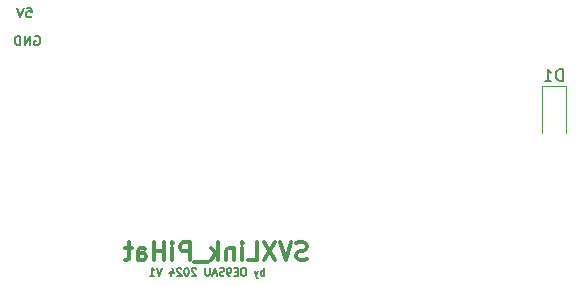
<source format=gbr>
G04 #@! TF.GenerationSoftware,KiCad,Pcbnew,8.0.0*
G04 #@! TF.CreationDate,2024-09-16T09:54:48+02:00*
G04 #@! TF.ProjectId,SVXLink_PiHat_V1,5356584c-696e-46b5-9f50-694861745f56,rev?*
G04 #@! TF.SameCoordinates,Original*
G04 #@! TF.FileFunction,Legend,Bot*
G04 #@! TF.FilePolarity,Positive*
%FSLAX46Y46*%
G04 Gerber Fmt 4.6, Leading zero omitted, Abs format (unit mm)*
G04 Created by KiCad (PCBNEW 8.0.0) date 2024-09-16 09:54:48*
%MOMM*%
%LPD*%
G01*
G04 APERTURE LIST*
%ADD10C,0.160000*%
%ADD11C,0.200000*%
%ADD12C,0.300000*%
%ADD13C,0.150000*%
%ADD14C,0.120000*%
G04 APERTURE END LIST*
D10*
X99454194Y-110912132D02*
X99454194Y-110262132D01*
X99454194Y-110509751D02*
X99392289Y-110478799D01*
X99392289Y-110478799D02*
X99268479Y-110478799D01*
X99268479Y-110478799D02*
X99206575Y-110509751D01*
X99206575Y-110509751D02*
X99175622Y-110540703D01*
X99175622Y-110540703D02*
X99144670Y-110602608D01*
X99144670Y-110602608D02*
X99144670Y-110788322D01*
X99144670Y-110788322D02*
X99175622Y-110850227D01*
X99175622Y-110850227D02*
X99206575Y-110881180D01*
X99206575Y-110881180D02*
X99268479Y-110912132D01*
X99268479Y-110912132D02*
X99392289Y-110912132D01*
X99392289Y-110912132D02*
X99454194Y-110881180D01*
X98928003Y-110478799D02*
X98773241Y-110912132D01*
X98618480Y-110478799D02*
X98773241Y-110912132D01*
X98773241Y-110912132D02*
X98835146Y-111066894D01*
X98835146Y-111066894D02*
X98866099Y-111097846D01*
X98866099Y-111097846D02*
X98928003Y-111128799D01*
X97751813Y-110262132D02*
X97628004Y-110262132D01*
X97628004Y-110262132D02*
X97566099Y-110293084D01*
X97566099Y-110293084D02*
X97504194Y-110354989D01*
X97504194Y-110354989D02*
X97473242Y-110478799D01*
X97473242Y-110478799D02*
X97473242Y-110695465D01*
X97473242Y-110695465D02*
X97504194Y-110819275D01*
X97504194Y-110819275D02*
X97566099Y-110881180D01*
X97566099Y-110881180D02*
X97628004Y-110912132D01*
X97628004Y-110912132D02*
X97751813Y-110912132D01*
X97751813Y-110912132D02*
X97813718Y-110881180D01*
X97813718Y-110881180D02*
X97875623Y-110819275D01*
X97875623Y-110819275D02*
X97906575Y-110695465D01*
X97906575Y-110695465D02*
X97906575Y-110478799D01*
X97906575Y-110478799D02*
X97875623Y-110354989D01*
X97875623Y-110354989D02*
X97813718Y-110293084D01*
X97813718Y-110293084D02*
X97751813Y-110262132D01*
X97194671Y-110571656D02*
X96978004Y-110571656D01*
X96885147Y-110912132D02*
X97194671Y-110912132D01*
X97194671Y-110912132D02*
X97194671Y-110262132D01*
X97194671Y-110262132D02*
X96885147Y-110262132D01*
X96575623Y-110912132D02*
X96451814Y-110912132D01*
X96451814Y-110912132D02*
X96389909Y-110881180D01*
X96389909Y-110881180D02*
X96358957Y-110850227D01*
X96358957Y-110850227D02*
X96297052Y-110757370D01*
X96297052Y-110757370D02*
X96266099Y-110633560D01*
X96266099Y-110633560D02*
X96266099Y-110385941D01*
X96266099Y-110385941D02*
X96297052Y-110324037D01*
X96297052Y-110324037D02*
X96328004Y-110293084D01*
X96328004Y-110293084D02*
X96389909Y-110262132D01*
X96389909Y-110262132D02*
X96513718Y-110262132D01*
X96513718Y-110262132D02*
X96575623Y-110293084D01*
X96575623Y-110293084D02*
X96606576Y-110324037D01*
X96606576Y-110324037D02*
X96637528Y-110385941D01*
X96637528Y-110385941D02*
X96637528Y-110540703D01*
X96637528Y-110540703D02*
X96606576Y-110602608D01*
X96606576Y-110602608D02*
X96575623Y-110633560D01*
X96575623Y-110633560D02*
X96513718Y-110664513D01*
X96513718Y-110664513D02*
X96389909Y-110664513D01*
X96389909Y-110664513D02*
X96328004Y-110633560D01*
X96328004Y-110633560D02*
X96297052Y-110602608D01*
X96297052Y-110602608D02*
X96266099Y-110540703D01*
X96018480Y-110881180D02*
X95925623Y-110912132D01*
X95925623Y-110912132D02*
X95770861Y-110912132D01*
X95770861Y-110912132D02*
X95708956Y-110881180D01*
X95708956Y-110881180D02*
X95678004Y-110850227D01*
X95678004Y-110850227D02*
X95647051Y-110788322D01*
X95647051Y-110788322D02*
X95647051Y-110726418D01*
X95647051Y-110726418D02*
X95678004Y-110664513D01*
X95678004Y-110664513D02*
X95708956Y-110633560D01*
X95708956Y-110633560D02*
X95770861Y-110602608D01*
X95770861Y-110602608D02*
X95894670Y-110571656D01*
X95894670Y-110571656D02*
X95956575Y-110540703D01*
X95956575Y-110540703D02*
X95987528Y-110509751D01*
X95987528Y-110509751D02*
X96018480Y-110447846D01*
X96018480Y-110447846D02*
X96018480Y-110385941D01*
X96018480Y-110385941D02*
X95987528Y-110324037D01*
X95987528Y-110324037D02*
X95956575Y-110293084D01*
X95956575Y-110293084D02*
X95894670Y-110262132D01*
X95894670Y-110262132D02*
X95739909Y-110262132D01*
X95739909Y-110262132D02*
X95647051Y-110293084D01*
X95399432Y-110726418D02*
X95089908Y-110726418D01*
X95461337Y-110912132D02*
X95244670Y-110262132D01*
X95244670Y-110262132D02*
X95028003Y-110912132D01*
X94811337Y-110262132D02*
X94811337Y-110788322D01*
X94811337Y-110788322D02*
X94780384Y-110850227D01*
X94780384Y-110850227D02*
X94749432Y-110881180D01*
X94749432Y-110881180D02*
X94687527Y-110912132D01*
X94687527Y-110912132D02*
X94563718Y-110912132D01*
X94563718Y-110912132D02*
X94501813Y-110881180D01*
X94501813Y-110881180D02*
X94470860Y-110850227D01*
X94470860Y-110850227D02*
X94439908Y-110788322D01*
X94439908Y-110788322D02*
X94439908Y-110262132D01*
X93666099Y-110324037D02*
X93635147Y-110293084D01*
X93635147Y-110293084D02*
X93573242Y-110262132D01*
X93573242Y-110262132D02*
X93418480Y-110262132D01*
X93418480Y-110262132D02*
X93356575Y-110293084D01*
X93356575Y-110293084D02*
X93325623Y-110324037D01*
X93325623Y-110324037D02*
X93294670Y-110385941D01*
X93294670Y-110385941D02*
X93294670Y-110447846D01*
X93294670Y-110447846D02*
X93325623Y-110540703D01*
X93325623Y-110540703D02*
X93697051Y-110912132D01*
X93697051Y-110912132D02*
X93294670Y-110912132D01*
X92892289Y-110262132D02*
X92830384Y-110262132D01*
X92830384Y-110262132D02*
X92768480Y-110293084D01*
X92768480Y-110293084D02*
X92737527Y-110324037D01*
X92737527Y-110324037D02*
X92706575Y-110385941D01*
X92706575Y-110385941D02*
X92675622Y-110509751D01*
X92675622Y-110509751D02*
X92675622Y-110664513D01*
X92675622Y-110664513D02*
X92706575Y-110788322D01*
X92706575Y-110788322D02*
X92737527Y-110850227D01*
X92737527Y-110850227D02*
X92768480Y-110881180D01*
X92768480Y-110881180D02*
X92830384Y-110912132D01*
X92830384Y-110912132D02*
X92892289Y-110912132D01*
X92892289Y-110912132D02*
X92954194Y-110881180D01*
X92954194Y-110881180D02*
X92985146Y-110850227D01*
X92985146Y-110850227D02*
X93016099Y-110788322D01*
X93016099Y-110788322D02*
X93047051Y-110664513D01*
X93047051Y-110664513D02*
X93047051Y-110509751D01*
X93047051Y-110509751D02*
X93016099Y-110385941D01*
X93016099Y-110385941D02*
X92985146Y-110324037D01*
X92985146Y-110324037D02*
X92954194Y-110293084D01*
X92954194Y-110293084D02*
X92892289Y-110262132D01*
X92428003Y-110324037D02*
X92397051Y-110293084D01*
X92397051Y-110293084D02*
X92335146Y-110262132D01*
X92335146Y-110262132D02*
X92180384Y-110262132D01*
X92180384Y-110262132D02*
X92118479Y-110293084D01*
X92118479Y-110293084D02*
X92087527Y-110324037D01*
X92087527Y-110324037D02*
X92056574Y-110385941D01*
X92056574Y-110385941D02*
X92056574Y-110447846D01*
X92056574Y-110447846D02*
X92087527Y-110540703D01*
X92087527Y-110540703D02*
X92458955Y-110912132D01*
X92458955Y-110912132D02*
X92056574Y-110912132D01*
X91499431Y-110478799D02*
X91499431Y-110912132D01*
X91654193Y-110231180D02*
X91808955Y-110695465D01*
X91808955Y-110695465D02*
X91406574Y-110695465D01*
X90756574Y-110262132D02*
X90539907Y-110912132D01*
X90539907Y-110912132D02*
X90323240Y-110262132D01*
X89766097Y-110912132D02*
X90137526Y-110912132D01*
X89951812Y-110912132D02*
X89951812Y-110262132D01*
X89951812Y-110262132D02*
X90013716Y-110354989D01*
X90013716Y-110354989D02*
X90075621Y-110416894D01*
X90075621Y-110416894D02*
X90137526Y-110447846D01*
D11*
X80008898Y-90629790D02*
X80085088Y-90591695D01*
X80085088Y-90591695D02*
X80199374Y-90591695D01*
X80199374Y-90591695D02*
X80313660Y-90629790D01*
X80313660Y-90629790D02*
X80389850Y-90705980D01*
X80389850Y-90705980D02*
X80427945Y-90782171D01*
X80427945Y-90782171D02*
X80466041Y-90934552D01*
X80466041Y-90934552D02*
X80466041Y-91048838D01*
X80466041Y-91048838D02*
X80427945Y-91201219D01*
X80427945Y-91201219D02*
X80389850Y-91277409D01*
X80389850Y-91277409D02*
X80313660Y-91353600D01*
X80313660Y-91353600D02*
X80199374Y-91391695D01*
X80199374Y-91391695D02*
X80123183Y-91391695D01*
X80123183Y-91391695D02*
X80008898Y-91353600D01*
X80008898Y-91353600D02*
X79970802Y-91315504D01*
X79970802Y-91315504D02*
X79970802Y-91048838D01*
X79970802Y-91048838D02*
X80123183Y-91048838D01*
X79627945Y-91391695D02*
X79627945Y-90591695D01*
X79627945Y-90591695D02*
X79170802Y-91391695D01*
X79170802Y-91391695D02*
X79170802Y-90591695D01*
X78789850Y-91391695D02*
X78789850Y-90591695D01*
X78789850Y-90591695D02*
X78599374Y-90591695D01*
X78599374Y-90591695D02*
X78485088Y-90629790D01*
X78485088Y-90629790D02*
X78408898Y-90705980D01*
X78408898Y-90705980D02*
X78370803Y-90782171D01*
X78370803Y-90782171D02*
X78332707Y-90934552D01*
X78332707Y-90934552D02*
X78332707Y-91048838D01*
X78332707Y-91048838D02*
X78370803Y-91201219D01*
X78370803Y-91201219D02*
X78408898Y-91277409D01*
X78408898Y-91277409D02*
X78485088Y-91353600D01*
X78485088Y-91353600D02*
X78599374Y-91391695D01*
X78599374Y-91391695D02*
X78789850Y-91391695D01*
X79320993Y-88236695D02*
X79701945Y-88236695D01*
X79701945Y-88236695D02*
X79740041Y-88617647D01*
X79740041Y-88617647D02*
X79701945Y-88579552D01*
X79701945Y-88579552D02*
X79625755Y-88541457D01*
X79625755Y-88541457D02*
X79435279Y-88541457D01*
X79435279Y-88541457D02*
X79359088Y-88579552D01*
X79359088Y-88579552D02*
X79320993Y-88617647D01*
X79320993Y-88617647D02*
X79282898Y-88693838D01*
X79282898Y-88693838D02*
X79282898Y-88884314D01*
X79282898Y-88884314D02*
X79320993Y-88960504D01*
X79320993Y-88960504D02*
X79359088Y-88998600D01*
X79359088Y-88998600D02*
X79435279Y-89036695D01*
X79435279Y-89036695D02*
X79625755Y-89036695D01*
X79625755Y-89036695D02*
X79701945Y-88998600D01*
X79701945Y-88998600D02*
X79740041Y-88960504D01*
X79054326Y-88236695D02*
X78787659Y-89036695D01*
X78787659Y-89036695D02*
X78520993Y-88236695D01*
D12*
X103021917Y-109503812D02*
X102807632Y-109575240D01*
X102807632Y-109575240D02*
X102450489Y-109575240D01*
X102450489Y-109575240D02*
X102307632Y-109503812D01*
X102307632Y-109503812D02*
X102236203Y-109432383D01*
X102236203Y-109432383D02*
X102164774Y-109289526D01*
X102164774Y-109289526D02*
X102164774Y-109146669D01*
X102164774Y-109146669D02*
X102236203Y-109003812D01*
X102236203Y-109003812D02*
X102307632Y-108932383D01*
X102307632Y-108932383D02*
X102450489Y-108860954D01*
X102450489Y-108860954D02*
X102736203Y-108789526D01*
X102736203Y-108789526D02*
X102879060Y-108718097D01*
X102879060Y-108718097D02*
X102950489Y-108646669D01*
X102950489Y-108646669D02*
X103021917Y-108503812D01*
X103021917Y-108503812D02*
X103021917Y-108360954D01*
X103021917Y-108360954D02*
X102950489Y-108218097D01*
X102950489Y-108218097D02*
X102879060Y-108146669D01*
X102879060Y-108146669D02*
X102736203Y-108075240D01*
X102736203Y-108075240D02*
X102379060Y-108075240D01*
X102379060Y-108075240D02*
X102164774Y-108146669D01*
X101736203Y-108075240D02*
X101236203Y-109575240D01*
X101236203Y-109575240D02*
X100736203Y-108075240D01*
X100379061Y-108075240D02*
X99379061Y-109575240D01*
X99379061Y-108075240D02*
X100379061Y-109575240D01*
X98093347Y-109575240D02*
X98807633Y-109575240D01*
X98807633Y-109575240D02*
X98807633Y-108075240D01*
X97593347Y-109575240D02*
X97593347Y-108575240D01*
X97593347Y-108075240D02*
X97664775Y-108146669D01*
X97664775Y-108146669D02*
X97593347Y-108218097D01*
X97593347Y-108218097D02*
X97521918Y-108146669D01*
X97521918Y-108146669D02*
X97593347Y-108075240D01*
X97593347Y-108075240D02*
X97593347Y-108218097D01*
X96879061Y-108575240D02*
X96879061Y-109575240D01*
X96879061Y-108718097D02*
X96807632Y-108646669D01*
X96807632Y-108646669D02*
X96664775Y-108575240D01*
X96664775Y-108575240D02*
X96450489Y-108575240D01*
X96450489Y-108575240D02*
X96307632Y-108646669D01*
X96307632Y-108646669D02*
X96236204Y-108789526D01*
X96236204Y-108789526D02*
X96236204Y-109575240D01*
X95521918Y-109575240D02*
X95521918Y-108075240D01*
X95379061Y-109003812D02*
X94950489Y-109575240D01*
X94950489Y-108575240D02*
X95521918Y-109146669D01*
X94664775Y-109718097D02*
X93521917Y-109718097D01*
X93164775Y-109575240D02*
X93164775Y-108075240D01*
X93164775Y-108075240D02*
X92593346Y-108075240D01*
X92593346Y-108075240D02*
X92450489Y-108146669D01*
X92450489Y-108146669D02*
X92379060Y-108218097D01*
X92379060Y-108218097D02*
X92307632Y-108360954D01*
X92307632Y-108360954D02*
X92307632Y-108575240D01*
X92307632Y-108575240D02*
X92379060Y-108718097D01*
X92379060Y-108718097D02*
X92450489Y-108789526D01*
X92450489Y-108789526D02*
X92593346Y-108860954D01*
X92593346Y-108860954D02*
X93164775Y-108860954D01*
X91664775Y-109575240D02*
X91664775Y-108575240D01*
X91664775Y-108075240D02*
X91736203Y-108146669D01*
X91736203Y-108146669D02*
X91664775Y-108218097D01*
X91664775Y-108218097D02*
X91593346Y-108146669D01*
X91593346Y-108146669D02*
X91664775Y-108075240D01*
X91664775Y-108075240D02*
X91664775Y-108218097D01*
X90950489Y-109575240D02*
X90950489Y-108075240D01*
X90950489Y-108789526D02*
X90093346Y-108789526D01*
X90093346Y-109575240D02*
X90093346Y-108075240D01*
X88736203Y-109575240D02*
X88736203Y-108789526D01*
X88736203Y-108789526D02*
X88807631Y-108646669D01*
X88807631Y-108646669D02*
X88950488Y-108575240D01*
X88950488Y-108575240D02*
X89236203Y-108575240D01*
X89236203Y-108575240D02*
X89379060Y-108646669D01*
X88736203Y-109503812D02*
X88879060Y-109575240D01*
X88879060Y-109575240D02*
X89236203Y-109575240D01*
X89236203Y-109575240D02*
X89379060Y-109503812D01*
X89379060Y-109503812D02*
X89450488Y-109360954D01*
X89450488Y-109360954D02*
X89450488Y-109218097D01*
X89450488Y-109218097D02*
X89379060Y-109075240D01*
X89379060Y-109075240D02*
X89236203Y-109003812D01*
X89236203Y-109003812D02*
X88879060Y-109003812D01*
X88879060Y-109003812D02*
X88736203Y-108932383D01*
X88236202Y-108575240D02*
X87664774Y-108575240D01*
X88021917Y-108075240D02*
X88021917Y-109360954D01*
X88021917Y-109360954D02*
X87950488Y-109503812D01*
X87950488Y-109503812D02*
X87807631Y-109575240D01*
X87807631Y-109575240D02*
X87664774Y-109575240D01*
D13*
X124690094Y-94434819D02*
X124690094Y-93434819D01*
X124690094Y-93434819D02*
X124451999Y-93434819D01*
X124451999Y-93434819D02*
X124309142Y-93482438D01*
X124309142Y-93482438D02*
X124213904Y-93577676D01*
X124213904Y-93577676D02*
X124166285Y-93672914D01*
X124166285Y-93672914D02*
X124118666Y-93863390D01*
X124118666Y-93863390D02*
X124118666Y-94006247D01*
X124118666Y-94006247D02*
X124166285Y-94196723D01*
X124166285Y-94196723D02*
X124213904Y-94291961D01*
X124213904Y-94291961D02*
X124309142Y-94387200D01*
X124309142Y-94387200D02*
X124451999Y-94434819D01*
X124451999Y-94434819D02*
X124690094Y-94434819D01*
X123166285Y-94434819D02*
X123737713Y-94434819D01*
X123451999Y-94434819D02*
X123451999Y-93434819D01*
X123451999Y-93434819D02*
X123547237Y-93577676D01*
X123547237Y-93577676D02*
X123642475Y-93672914D01*
X123642475Y-93672914D02*
X123737713Y-93720533D01*
D14*
X122952000Y-98852900D02*
X122952000Y-94842900D01*
X124952000Y-94842900D02*
X122952000Y-94842900D01*
X124952000Y-98852900D02*
X124952000Y-94842900D01*
M02*

</source>
